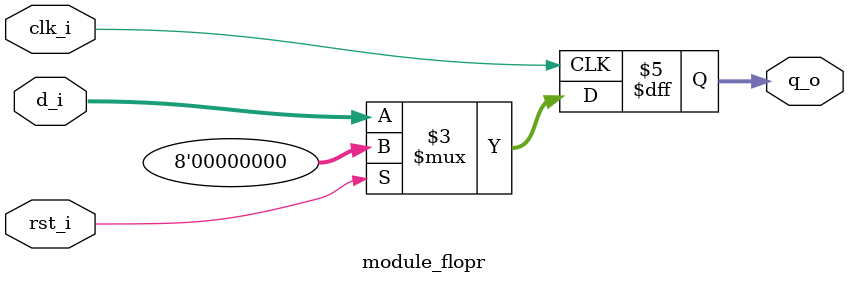
<source format=sv>
module module_flopr #(parameter WIDTH = 8)(
    
    input   logic                       clk_i,
    input   logic                       rst_i,
    input   logic   [WIDTH - 1: 0]      d_i,
    output  logic   [WIDTH - 1: 0]      q_o
                 
    );
    
    always_ff @(posedge clk_i) begin 
        
        if (rst_i)  q_o <= 0;
        else        q_o <= d_i;
        
    end
    
endmodule
</source>
